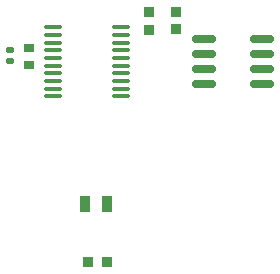
<source format=gbr>
%TF.GenerationSoftware,KiCad,Pcbnew,7.0.8*%
%TF.CreationDate,2024-02-15T00:03:28-06:00*%
%TF.ProjectId,Receiver_KiCad,52656365-6976-4657-925f-4b694361642e,rev?*%
%TF.SameCoordinates,Original*%
%TF.FileFunction,Paste,Top*%
%TF.FilePolarity,Positive*%
%FSLAX46Y46*%
G04 Gerber Fmt 4.6, Leading zero omitted, Abs format (unit mm)*
G04 Created by KiCad (PCBNEW 7.0.8) date 2024-02-15 00:03:28*
%MOMM*%
%LPD*%
G01*
G04 APERTURE LIST*
G04 Aperture macros list*
%AMRoundRect*
0 Rectangle with rounded corners*
0 $1 Rounding radius*
0 $2 $3 $4 $5 $6 $7 $8 $9 X,Y pos of 4 corners*
0 Add a 4 corners polygon primitive as box body*
4,1,4,$2,$3,$4,$5,$6,$7,$8,$9,$2,$3,0*
0 Add four circle primitives for the rounded corners*
1,1,$1+$1,$2,$3*
1,1,$1+$1,$4,$5*
1,1,$1+$1,$6,$7*
1,1,$1+$1,$8,$9*
0 Add four rect primitives between the rounded corners*
20,1,$1+$1,$2,$3,$4,$5,0*
20,1,$1+$1,$4,$5,$6,$7,0*
20,1,$1+$1,$6,$7,$8,$9,0*
20,1,$1+$1,$8,$9,$2,$3,0*%
G04 Aperture macros list end*
%ADD10RoundRect,0.150000X0.825000X0.150000X-0.825000X0.150000X-0.825000X-0.150000X0.825000X-0.150000X0*%
%ADD11RoundRect,0.100000X-0.637500X-0.100000X0.637500X-0.100000X0.637500X0.100000X-0.637500X0.100000X0*%
%ADD12R,0.810000X0.930000*%
%ADD13R,0.970000X0.900000*%
%ADD14RoundRect,0.075600X0.224400X0.194400X-0.224400X0.194400X-0.224400X-0.194400X0.224400X-0.194400X0*%
%ADD15R,0.970000X1.380000*%
%ADD16R,0.939800X0.660400*%
G04 APERTURE END LIST*
D10*
%TO.C,U2*%
X179490000Y-130060000D03*
X179490000Y-128790000D03*
X179490000Y-127520000D03*
X179490000Y-126250000D03*
X174540000Y-126250000D03*
X174540000Y-127520000D03*
X174540000Y-128790000D03*
X174540000Y-130060000D03*
%TD*%
D11*
%TO.C,U1*%
X161822500Y-125230000D03*
X161822500Y-125880000D03*
X161822500Y-126530000D03*
X161822500Y-127180000D03*
X161822500Y-127830000D03*
X161822500Y-128480000D03*
X161822500Y-129130000D03*
X161822500Y-129780000D03*
X161822500Y-130430000D03*
X161822500Y-131080000D03*
X167547500Y-131080000D03*
X167547500Y-130430000D03*
X167547500Y-129780000D03*
X167547500Y-129130000D03*
X167547500Y-128480000D03*
X167547500Y-127830000D03*
X167547500Y-127180000D03*
X167547500Y-126530000D03*
X167547500Y-125880000D03*
X167547500Y-125230000D03*
%TD*%
D12*
%TO.C,D1*%
X166350000Y-145110000D03*
X164730000Y-145110000D03*
%TD*%
D13*
%TO.C,R2*%
X169930000Y-123975000D03*
X169930000Y-125495000D03*
%TD*%
%TO.C,R1*%
X172170000Y-123905000D03*
X172170000Y-125425000D03*
%TD*%
D14*
%TO.C,C2*%
X158165000Y-128065000D03*
X158165000Y-127205000D03*
%TD*%
D15*
%TO.C,R3*%
X164460000Y-140205000D03*
X166320000Y-140205000D03*
%TD*%
D16*
%TO.C,C1*%
X159751400Y-127001400D03*
X159751400Y-128423800D03*
%TD*%
M02*

</source>
